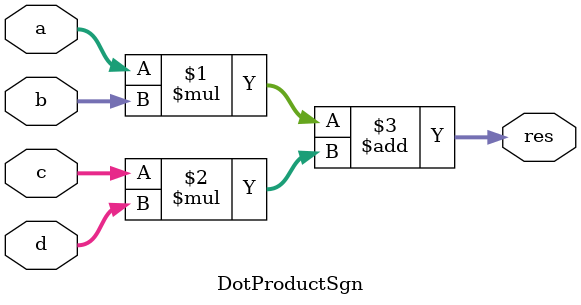
<source format=sv>

module DotProductSgn #(
    BW = 8
)
(
    input logic  signed [BW-1:0] a,
    input logic  signed [BW-1:0] b,
    input logic  signed [BW-1:0] c,
    input logic  signed [BW-1:0] d,
    output logic signed [2*BW-1:0] res
);

assign res = a*b + c*d;

endmodule
</source>
